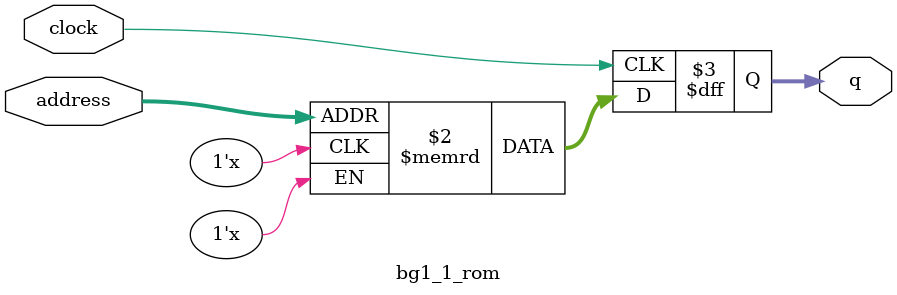
<source format=sv>
module bg1_1_rom (
	input logic clock,
	input logic [16:0] address,
	output logic [4:0] q
);

logic [4:0] memory [0:83999] /* synthesis ram_init_file = "./bg1_1/bg1_1.mif" */;

always_ff @ (posedge clock) begin
	q <= memory[address];
end

endmodule

</source>
